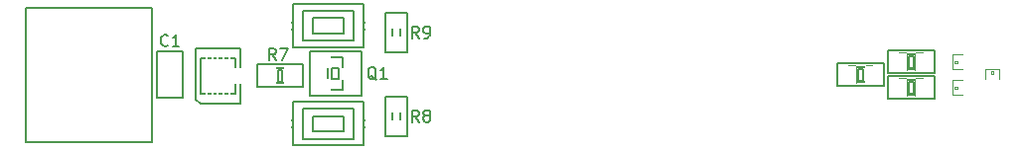
<source format=gto>
%FSLAX34Y34*%
G04 Gerber Fmt 3.4, Leading zero omitted, Abs format*
G04 (created by PCBNEW (2014-03-18 BZR 4753)-product) date Tue 18 Mar 2014 06:39:25 PM CET*
%MOIN*%
G01*
G70*
G90*
G04 APERTURE LIST*
%ADD10C,0.005906*%
%ADD11C,0.007874*%
%ADD12C,0.003937*%
%ADD13R,0.051100X0.059000*%
%ADD14R,0.059055X0.047244*%
%ADD15R,0.059055X0.059055*%
%ADD16R,0.009843X0.039370*%
%ADD17R,0.145669X0.055118*%
%ADD18R,0.059000X0.051100*%
%ADD19R,0.047244X0.059055*%
%ADD20R,0.043300X0.039300*%
%ADD21R,0.122000X0.019700*%
%ADD22R,0.098400X0.078700*%
%ADD23R,0.129900X0.078700*%
%ADD24C,0.035400*%
%ADD25R,0.053150X0.039370*%
G04 APERTURE END LIST*
G54D10*
G54D11*
X39018Y-42991D02*
X39273Y-42991D01*
X39273Y-42991D02*
X39273Y-42440D01*
X39018Y-42440D02*
X39273Y-42440D01*
X39018Y-42991D02*
X39018Y-42440D01*
X38438Y-42991D02*
X38694Y-42991D01*
X38694Y-42991D02*
X38694Y-42440D01*
X38438Y-42440D02*
X38694Y-42440D01*
X38438Y-42991D02*
X38438Y-42440D01*
X38780Y-42912D02*
X38936Y-42912D01*
X38936Y-42912D02*
X38936Y-42520D01*
X38780Y-42520D02*
X38936Y-42520D01*
X38780Y-42912D02*
X38780Y-42520D01*
X38697Y-42466D02*
X39019Y-42466D01*
X38697Y-42966D02*
X39019Y-42966D01*
X38082Y-42329D02*
X39634Y-42329D01*
X39634Y-42329D02*
X39634Y-43103D01*
X39634Y-43103D02*
X38082Y-43103D01*
X38082Y-43103D02*
X38082Y-42329D01*
X40391Y-42008D02*
X40136Y-42008D01*
X40136Y-42008D02*
X40136Y-42559D01*
X40391Y-42559D02*
X40136Y-42559D01*
X40391Y-42008D02*
X40391Y-42559D01*
X40971Y-42008D02*
X40715Y-42008D01*
X40715Y-42008D02*
X40715Y-42559D01*
X40971Y-42559D02*
X40715Y-42559D01*
X40971Y-42008D02*
X40971Y-42559D01*
X40629Y-42087D02*
X40473Y-42087D01*
X40473Y-42087D02*
X40473Y-42479D01*
X40629Y-42479D02*
X40473Y-42479D01*
X40629Y-42087D02*
X40629Y-42479D01*
X40712Y-42533D02*
X40390Y-42533D01*
X40712Y-42033D02*
X40390Y-42033D01*
X41327Y-42670D02*
X39775Y-42670D01*
X39775Y-42670D02*
X39775Y-41896D01*
X39775Y-41896D02*
X41327Y-41896D01*
X41327Y-41896D02*
X41327Y-42670D01*
X40391Y-42874D02*
X40136Y-42874D01*
X40136Y-42874D02*
X40136Y-43425D01*
X40391Y-43425D02*
X40136Y-43425D01*
X40391Y-42874D02*
X40391Y-43425D01*
X40971Y-42874D02*
X40715Y-42874D01*
X40715Y-42874D02*
X40715Y-43425D01*
X40971Y-43425D02*
X40715Y-43425D01*
X40971Y-42874D02*
X40971Y-43425D01*
X40629Y-42953D02*
X40473Y-42953D01*
X40473Y-42953D02*
X40473Y-43345D01*
X40629Y-43345D02*
X40473Y-43345D01*
X40629Y-42953D02*
X40629Y-43345D01*
X40712Y-43399D02*
X40390Y-43399D01*
X40712Y-42899D02*
X40390Y-42899D01*
X41327Y-43536D02*
X39775Y-43536D01*
X39775Y-43536D02*
X39775Y-42762D01*
X39775Y-42762D02*
X41327Y-42762D01*
X41327Y-42762D02*
X41327Y-43536D01*
X21830Y-41574D02*
X20137Y-41574D01*
X20137Y-41574D02*
X20137Y-40551D01*
X20137Y-40551D02*
X21830Y-40551D01*
X21830Y-40551D02*
X21830Y-41574D01*
X21496Y-41318D02*
X20472Y-41318D01*
X20472Y-41318D02*
X20472Y-40807D01*
X20472Y-40807D02*
X21496Y-40807D01*
X21496Y-40807D02*
X21496Y-41318D01*
X19803Y-41181D02*
X19409Y-41181D01*
X19409Y-41181D02*
X19409Y-40944D01*
X19409Y-40944D02*
X19803Y-40944D01*
X22165Y-41181D02*
X22559Y-41181D01*
X22559Y-41181D02*
X22559Y-40944D01*
X22559Y-40944D02*
X22165Y-40944D01*
X19803Y-41791D02*
X19803Y-40334D01*
X19803Y-40334D02*
X22165Y-40334D01*
X22165Y-40334D02*
X22165Y-41791D01*
X22165Y-41791D02*
X19803Y-41791D01*
X21830Y-44881D02*
X20137Y-44881D01*
X20137Y-44881D02*
X20137Y-43858D01*
X20137Y-43858D02*
X21830Y-43858D01*
X21830Y-43858D02*
X21830Y-44881D01*
X21496Y-44625D02*
X20472Y-44625D01*
X20472Y-44625D02*
X20472Y-44114D01*
X20472Y-44114D02*
X21496Y-44114D01*
X21496Y-44114D02*
X21496Y-44625D01*
X19803Y-44488D02*
X19409Y-44488D01*
X19409Y-44488D02*
X19409Y-44251D01*
X19409Y-44251D02*
X19803Y-44251D01*
X22165Y-44488D02*
X22559Y-44488D01*
X22559Y-44488D02*
X22559Y-44251D01*
X22559Y-44251D02*
X22165Y-44251D01*
X19803Y-45098D02*
X19803Y-43641D01*
X19803Y-43641D02*
X22165Y-43641D01*
X22165Y-43641D02*
X22165Y-45098D01*
X22165Y-45098D02*
X19803Y-45098D01*
X16692Y-43700D02*
X18031Y-43700D01*
X16535Y-43543D02*
X16535Y-41811D01*
X16535Y-43543D02*
X16692Y-43700D01*
X18031Y-41811D02*
X18031Y-43700D01*
X16535Y-41811D02*
X18031Y-41811D01*
X16692Y-43346D02*
X16692Y-42165D01*
X16692Y-42165D02*
X17874Y-42165D01*
X17874Y-42165D02*
X17874Y-43346D01*
X17874Y-43346D02*
X16692Y-43346D01*
X16102Y-43503D02*
X16102Y-41929D01*
X16102Y-43503D02*
X15236Y-43503D01*
X15236Y-43503D02*
X15236Y-41929D01*
X15236Y-41929D02*
X16102Y-41929D01*
G54D12*
X42322Y-42037D02*
X41929Y-42037D01*
X42322Y-42529D02*
X41929Y-42529D01*
X41929Y-42529D02*
X41732Y-42529D01*
X41732Y-42037D02*
X41929Y-42037D01*
X42519Y-42529D02*
X42322Y-42529D01*
X42519Y-42037D02*
X42322Y-42037D01*
X42322Y-42529D02*
X42322Y-42037D01*
X41929Y-42037D02*
X41929Y-42529D01*
X41732Y-42529D02*
X41732Y-42421D01*
X41732Y-42145D02*
X41732Y-42037D01*
X42519Y-42037D02*
X42519Y-42145D01*
X42519Y-42529D02*
X42519Y-42421D01*
X42086Y-42322D02*
X42086Y-42244D01*
X42086Y-42244D02*
X42008Y-42244D01*
X42008Y-42322D02*
X42008Y-42244D01*
X42086Y-42322D02*
X42008Y-42322D01*
X41732Y-42420D02*
G75*
G03X41732Y-42146I0J137D01*
G74*
G01*
X42518Y-42146D02*
G75*
G03X42518Y-42420I0J-137D01*
G74*
G01*
X43513Y-42913D02*
X43513Y-42519D01*
X43021Y-42913D02*
X43021Y-42519D01*
X43021Y-42519D02*
X43021Y-42322D01*
X43513Y-42322D02*
X43513Y-42519D01*
X43021Y-43110D02*
X43021Y-42913D01*
X43513Y-43110D02*
X43513Y-42913D01*
X43021Y-42913D02*
X43513Y-42913D01*
X43513Y-42519D02*
X43021Y-42519D01*
X43021Y-42322D02*
X43129Y-42322D01*
X43405Y-42322D02*
X43513Y-42322D01*
X43513Y-43110D02*
X43405Y-43110D01*
X43021Y-43110D02*
X43129Y-43110D01*
X43228Y-42677D02*
X43306Y-42677D01*
X43306Y-42677D02*
X43306Y-42599D01*
X43228Y-42599D02*
X43306Y-42599D01*
X43228Y-42677D02*
X43228Y-42599D01*
X43130Y-42323D02*
G75*
G03X43404Y-42323I137J0D01*
G74*
G01*
X43404Y-43109D02*
G75*
G03X43130Y-43109I-137J0D01*
G74*
G01*
X42322Y-42903D02*
X41929Y-42903D01*
X42322Y-43395D02*
X41929Y-43395D01*
X41929Y-43395D02*
X41732Y-43395D01*
X41732Y-42903D02*
X41929Y-42903D01*
X42519Y-43395D02*
X42322Y-43395D01*
X42519Y-42903D02*
X42322Y-42903D01*
X42322Y-43395D02*
X42322Y-42903D01*
X41929Y-42903D02*
X41929Y-43395D01*
X41732Y-43395D02*
X41732Y-43287D01*
X41732Y-43011D02*
X41732Y-42903D01*
X42519Y-42903D02*
X42519Y-43011D01*
X42519Y-43395D02*
X42519Y-43287D01*
X42086Y-43188D02*
X42086Y-43110D01*
X42086Y-43110D02*
X42008Y-43110D01*
X42008Y-43188D02*
X42008Y-43110D01*
X42086Y-43188D02*
X42008Y-43188D01*
X41732Y-43286D02*
G75*
G03X41732Y-43012I0J137D01*
G74*
G01*
X42518Y-43012D02*
G75*
G03X42518Y-43286I0J-137D01*
G74*
G01*
G54D11*
X19530Y-43030D02*
X19785Y-43030D01*
X19785Y-43030D02*
X19785Y-42479D01*
X19530Y-42479D02*
X19785Y-42479D01*
X19530Y-43030D02*
X19530Y-42479D01*
X18950Y-43030D02*
X19206Y-43030D01*
X19206Y-43030D02*
X19206Y-42479D01*
X18950Y-42479D02*
X19206Y-42479D01*
X18950Y-43030D02*
X18950Y-42479D01*
X19292Y-42951D02*
X19448Y-42951D01*
X19448Y-42951D02*
X19448Y-42559D01*
X19292Y-42559D02*
X19448Y-42559D01*
X19292Y-42951D02*
X19292Y-42559D01*
X19209Y-42505D02*
X19531Y-42505D01*
X19209Y-43005D02*
X19531Y-43005D01*
X18594Y-42368D02*
X20146Y-42368D01*
X20146Y-42368D02*
X20146Y-43142D01*
X20146Y-43142D02*
X18594Y-43142D01*
X18594Y-43142D02*
X18594Y-42368D01*
X22913Y-44803D02*
X22913Y-43464D01*
X22913Y-43464D02*
X23622Y-43464D01*
X23622Y-43464D02*
X23622Y-44803D01*
X23622Y-44803D02*
X22913Y-44803D01*
X23437Y-43963D02*
X23437Y-43803D01*
X23437Y-43803D02*
X23097Y-43803D01*
X23097Y-43963D02*
X23097Y-43803D01*
X23437Y-43963D02*
X23097Y-43963D01*
X23437Y-44463D02*
X23437Y-44303D01*
X23437Y-44303D02*
X23097Y-44303D01*
X23097Y-44463D02*
X23097Y-44303D01*
X23437Y-44463D02*
X23097Y-44463D01*
X23407Y-44303D02*
X23407Y-43963D01*
X23127Y-43963D02*
X23127Y-44303D01*
X23622Y-40629D02*
X23622Y-41968D01*
X23622Y-41968D02*
X22913Y-41968D01*
X22913Y-41968D02*
X22913Y-40629D01*
X22913Y-40629D02*
X23622Y-40629D01*
X23097Y-41469D02*
X23097Y-41629D01*
X23097Y-41629D02*
X23437Y-41629D01*
X23437Y-41469D02*
X23437Y-41629D01*
X23097Y-41469D02*
X23437Y-41469D01*
X23097Y-40969D02*
X23097Y-41129D01*
X23097Y-41129D02*
X23437Y-41129D01*
X23437Y-40969D02*
X23437Y-41129D01*
X23097Y-40969D02*
X23437Y-40969D01*
X23127Y-41129D02*
X23127Y-41469D01*
X23407Y-41469D02*
X23407Y-41129D01*
X15078Y-40452D02*
X15078Y-44980D01*
X10826Y-44980D02*
X10826Y-40452D01*
X10826Y-44980D02*
X15078Y-44980D01*
X15078Y-40452D02*
X10826Y-40452D01*
X22086Y-43425D02*
X20354Y-43425D01*
X20354Y-43425D02*
X20354Y-41929D01*
X20354Y-41929D02*
X22086Y-41929D01*
X22086Y-41929D02*
X22086Y-43425D01*
X21500Y-42587D02*
X21500Y-42767D01*
X21500Y-42767D02*
X21729Y-42767D01*
X21729Y-42587D02*
X21729Y-42767D01*
X21500Y-42587D02*
X21729Y-42587D01*
X20711Y-42957D02*
X20711Y-43137D01*
X20711Y-43137D02*
X20940Y-43137D01*
X20940Y-42957D02*
X20940Y-43137D01*
X20711Y-42957D02*
X20940Y-42957D01*
X20711Y-42217D02*
X20711Y-42397D01*
X20711Y-42397D02*
X20940Y-42397D01*
X20940Y-42217D02*
X20940Y-42397D01*
X20711Y-42217D02*
X20940Y-42217D01*
X21102Y-42481D02*
X21102Y-42873D01*
X21102Y-42873D02*
X21338Y-42873D01*
X21338Y-42481D02*
X21338Y-42873D01*
X21102Y-42481D02*
X21338Y-42481D01*
X21479Y-43236D02*
X20961Y-43236D01*
X20961Y-43236D02*
X20961Y-42118D01*
X20961Y-42118D02*
X21479Y-42118D01*
X21479Y-42118D02*
X21479Y-43236D01*
X15603Y-41715D02*
X15584Y-41734D01*
X15528Y-41752D01*
X15491Y-41752D01*
X15434Y-41734D01*
X15397Y-41696D01*
X15378Y-41659D01*
X15359Y-41584D01*
X15359Y-41527D01*
X15378Y-41452D01*
X15397Y-41415D01*
X15434Y-41377D01*
X15491Y-41359D01*
X15528Y-41359D01*
X15584Y-41377D01*
X15603Y-41396D01*
X15978Y-41752D02*
X15753Y-41752D01*
X15866Y-41752D02*
X15866Y-41359D01*
X15828Y-41415D01*
X15791Y-41452D01*
X15753Y-41471D01*
X19225Y-42225D02*
X19094Y-42037D01*
X19000Y-42225D02*
X19000Y-41831D01*
X19150Y-41831D01*
X19188Y-41850D01*
X19206Y-41869D01*
X19225Y-41906D01*
X19225Y-41962D01*
X19206Y-42000D01*
X19188Y-42019D01*
X19150Y-42037D01*
X19000Y-42037D01*
X19356Y-41831D02*
X19619Y-41831D01*
X19450Y-42225D01*
X24028Y-44311D02*
X23897Y-44124D01*
X23803Y-44311D02*
X23803Y-43918D01*
X23953Y-43918D01*
X23991Y-43937D01*
X24010Y-43955D01*
X24028Y-43993D01*
X24028Y-44049D01*
X24010Y-44086D01*
X23991Y-44105D01*
X23953Y-44124D01*
X23803Y-44124D01*
X24253Y-44086D02*
X24216Y-44068D01*
X24197Y-44049D01*
X24178Y-44011D01*
X24178Y-43993D01*
X24197Y-43955D01*
X24216Y-43937D01*
X24253Y-43918D01*
X24328Y-43918D01*
X24366Y-43937D01*
X24385Y-43955D01*
X24403Y-43993D01*
X24403Y-44011D01*
X24385Y-44049D01*
X24366Y-44068D01*
X24328Y-44086D01*
X24253Y-44086D01*
X24216Y-44105D01*
X24197Y-44124D01*
X24178Y-44161D01*
X24178Y-44236D01*
X24197Y-44274D01*
X24216Y-44293D01*
X24253Y-44311D01*
X24328Y-44311D01*
X24366Y-44293D01*
X24385Y-44274D01*
X24403Y-44236D01*
X24403Y-44161D01*
X24385Y-44124D01*
X24366Y-44105D01*
X24328Y-44086D01*
X24028Y-41477D02*
X23897Y-41289D01*
X23803Y-41477D02*
X23803Y-41083D01*
X23953Y-41083D01*
X23991Y-41102D01*
X24010Y-41121D01*
X24028Y-41158D01*
X24028Y-41214D01*
X24010Y-41252D01*
X23991Y-41271D01*
X23953Y-41289D01*
X23803Y-41289D01*
X24216Y-41477D02*
X24291Y-41477D01*
X24328Y-41458D01*
X24347Y-41439D01*
X24385Y-41383D01*
X24403Y-41308D01*
X24403Y-41158D01*
X24385Y-41121D01*
X24366Y-41102D01*
X24328Y-41083D01*
X24253Y-41083D01*
X24216Y-41102D01*
X24197Y-41121D01*
X24178Y-41158D01*
X24178Y-41252D01*
X24197Y-41289D01*
X24216Y-41308D01*
X24253Y-41327D01*
X24328Y-41327D01*
X24366Y-41308D01*
X24385Y-41289D01*
X24403Y-41252D01*
X22600Y-42892D02*
X22562Y-42874D01*
X22525Y-42836D01*
X22469Y-42780D01*
X22431Y-42761D01*
X22394Y-42761D01*
X22412Y-42855D02*
X22375Y-42836D01*
X22337Y-42799D01*
X22319Y-42724D01*
X22319Y-42592D01*
X22337Y-42517D01*
X22375Y-42480D01*
X22412Y-42461D01*
X22487Y-42461D01*
X22525Y-42480D01*
X22562Y-42517D01*
X22581Y-42592D01*
X22581Y-42724D01*
X22562Y-42799D01*
X22525Y-42836D01*
X22487Y-42855D01*
X22412Y-42855D01*
X22956Y-42855D02*
X22731Y-42855D01*
X22844Y-42855D02*
X22844Y-42461D01*
X22806Y-42517D01*
X22769Y-42555D01*
X22731Y-42574D01*
%LPC*%
G54D13*
X38484Y-42716D03*
X39232Y-42716D03*
X40925Y-42283D03*
X40177Y-42283D03*
X40925Y-43149D03*
X40177Y-43149D03*
G54D14*
X22519Y-41062D03*
G54D15*
X19448Y-41062D03*
G54D14*
X22519Y-44370D03*
G54D15*
X19448Y-44370D03*
G54D16*
X16889Y-43346D03*
X17086Y-43346D03*
X17283Y-43346D03*
X17480Y-43346D03*
X17677Y-43346D03*
X17677Y-42165D03*
X17480Y-42165D03*
X17283Y-42165D03*
X17086Y-42165D03*
X16889Y-42165D03*
G54D17*
X17480Y-42755D03*
G54D18*
X15669Y-42342D03*
X15669Y-43090D03*
G54D19*
X42538Y-42283D03*
X41712Y-42283D03*
G54D14*
X43267Y-43129D03*
X43267Y-42303D03*
G54D19*
X42538Y-43149D03*
X41712Y-43149D03*
G54D13*
X18996Y-42755D03*
X19744Y-42755D03*
G54D20*
X23267Y-44467D03*
X23267Y-43799D03*
X23267Y-40965D03*
X23267Y-41633D03*
G54D21*
X14350Y-42087D03*
X14350Y-42402D03*
X14350Y-42717D03*
X14350Y-43032D03*
X14350Y-43347D03*
G54D22*
X11987Y-40965D03*
G54D23*
X14310Y-40965D03*
G54D22*
X11988Y-44470D03*
G54D23*
X14310Y-44469D03*
G54D24*
X13149Y-41851D03*
X13149Y-43583D03*
G54D25*
X20787Y-42303D03*
X20787Y-43051D03*
X21653Y-42677D03*
M02*

</source>
